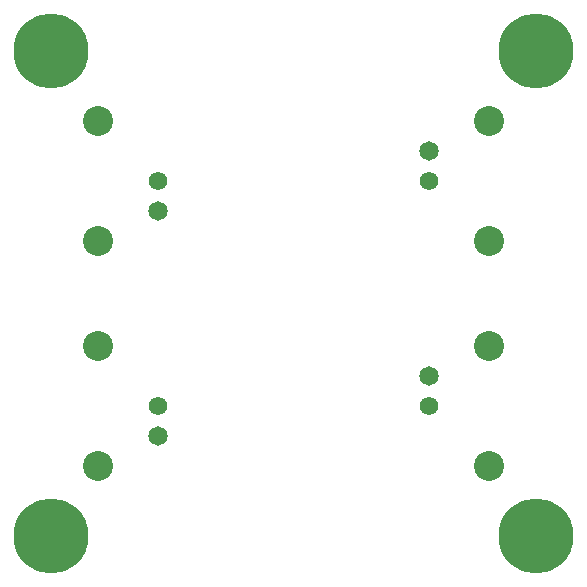
<source format=gbr>
G04 #@! TF.FileFunction,Soldermask,Bot*
%FSLAX46Y46*%
G04 Gerber Fmt 4.6, Leading zero omitted, Abs format (unit mm)*
G04 Created by KiCad (PCBNEW (after 2015-mar-04 BZR unknown)-product) date 5/15/2017 4:58:40 PM*
%MOMM*%
G01*
G04 APERTURE LIST*
%ADD10C,0.150000*%
%ADD11C,6.350000*%
%ADD12C,1.574800*%
%ADD13C,1.651000*%
%ADD14C,2.540000*%
G04 APERTURE END LIST*
D10*
D11*
X4000000Y-45000000D03*
X45000000Y-4000000D03*
X4000000Y-4000000D03*
D12*
X13000000Y-15000000D03*
D13*
X13000000Y-17540000D03*
D14*
X7920000Y-20080000D03*
X7920000Y-9920000D03*
D11*
X45000000Y-45000000D03*
D12*
X36000000Y-15000000D03*
D13*
X36000000Y-12460000D03*
D14*
X41080000Y-9920000D03*
X41080000Y-20080000D03*
D12*
X13000000Y-34000000D03*
D13*
X13000000Y-36540000D03*
D14*
X7920000Y-39080000D03*
X7920000Y-28920000D03*
D12*
X36000000Y-34000000D03*
D13*
X36000000Y-31460000D03*
D14*
X41080000Y-28920000D03*
X41080000Y-39080000D03*
M02*

</source>
